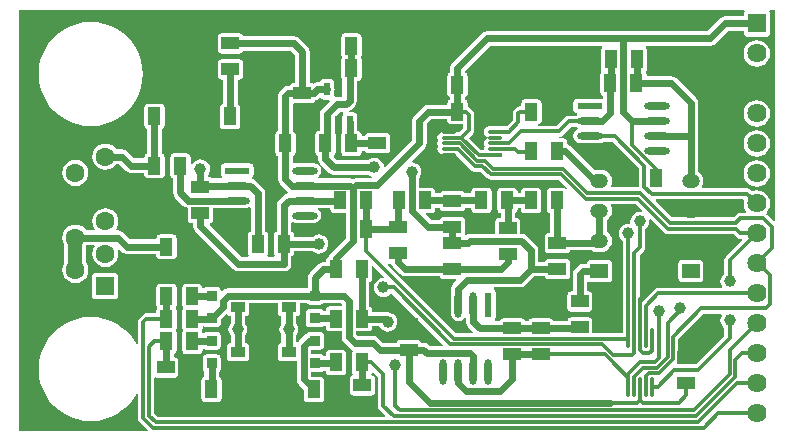
<source format=gbr>
G04 Layer_Physical_Order=1*
G04 Layer_Color=255*
%FSLAX43Y43*%
%MOMM*%
%TF.FileFunction,Copper,L1,Top,Signal*%
%TF.Part,Single*%
G01*
G75*
%TA.AperFunction,SMDPad,CuDef*%
%ADD10R,1.500X1.100*%
%ADD11O,0.300X1.700*%
%ADD12R,1.100X1.500*%
%ADD13O,1.300X0.300*%
%ADD14R,1.300X0.300*%
%ADD15R,1.250X0.900*%
%ADD16R,0.900X0.900*%
%ADD17R,0.600X1.100*%
%ADD18O,2.150X0.600*%
%ADD19R,2.150X0.600*%
%ADD20O,0.600X2.150*%
%ADD21R,0.600X2.150*%
%TA.AperFunction,Conductor*%
%ADD22C,0.610*%
%ADD23C,0.305*%
%ADD24C,1.219*%
%TA.AperFunction,ComponentPad*%
%ADD25R,1.500X1.250*%
%ADD26O,1.500X1.250*%
%ADD27R,1.600X1.600*%
%ADD28C,1.600*%
%ADD29C,1.626*%
%ADD30R,1.626X1.626*%
%TA.AperFunction,ViaPad*%
%ADD31C,1.000*%
G36*
X36393Y26428D02*
X36417Y26309D01*
X36484Y26208D01*
X36585Y26141D01*
X36704Y26117D01*
X37761D01*
Y25847D01*
X37391Y25477D01*
X36506D01*
X36494Y25475D01*
X36006D01*
X35829Y25439D01*
X35678Y25339D01*
X35578Y25188D01*
X35542Y25011D01*
X35578Y24834D01*
X35626Y24761D01*
X35578Y24688D01*
X35542Y24511D01*
X35578Y24334D01*
X35626Y24261D01*
X35578Y24188D01*
X35542Y24011D01*
X35578Y23834D01*
X35678Y23683D01*
X35829Y23583D01*
X36006Y23547D01*
X36494D01*
X36506Y23545D01*
X37098D01*
X38376Y22267D01*
X38527Y22166D01*
X38705Y22130D01*
X39175D01*
X39740Y21565D01*
X39891Y21464D01*
X40070Y21429D01*
X45846D01*
X46507Y20767D01*
X46426Y20669D01*
X46346Y20722D01*
X46227Y20746D01*
X45127D01*
X45008Y20722D01*
X44907Y20655D01*
X44840Y20554D01*
X44816Y20435D01*
Y18935D01*
X44840Y18816D01*
X44907Y18715D01*
X45008Y18648D01*
X45055Y18638D01*
Y16947D01*
X44970D01*
X44851Y16923D01*
X44750Y16856D01*
X44683Y16755D01*
X44659Y16636D01*
Y15536D01*
X44683Y15417D01*
X44750Y15316D01*
X44851Y15249D01*
X44970Y15225D01*
X46470D01*
X46589Y15249D01*
X46690Y15316D01*
X46757Y15417D01*
X46767Y15464D01*
X48655D01*
X48682Y15444D01*
X48908Y15350D01*
X49151Y15318D01*
X49401D01*
X49644Y15350D01*
X49870Y15444D01*
X50064Y15593D01*
X50213Y15787D01*
X50307Y16013D01*
X50339Y16256D01*
X50307Y16499D01*
X50213Y16725D01*
X50064Y16919D01*
X49898Y17047D01*
Y18005D01*
X50064Y18133D01*
X50213Y18327D01*
X50307Y18553D01*
X50339Y18796D01*
X50307Y19039D01*
X50232Y19219D01*
X50298Y19346D01*
X52385D01*
X52911Y18820D01*
X52852Y18699D01*
X52705Y18719D01*
X52495Y18691D01*
X52299Y18610D01*
X52131Y18481D01*
X52002Y18313D01*
X51921Y18117D01*
X51893Y17907D01*
X51907Y17804D01*
X51794Y17691D01*
X51705Y17703D01*
X51495Y17675D01*
X51299Y17594D01*
X51131Y17465D01*
X51002Y17297D01*
X50921Y17101D01*
X50893Y16891D01*
X50921Y16681D01*
X51002Y16485D01*
X51131Y16317D01*
X51239Y16234D01*
Y8458D01*
X48686D01*
Y9483D01*
X48662Y9602D01*
X48595Y9703D01*
X48494Y9770D01*
X48375Y9794D01*
X46875D01*
X46756Y9770D01*
X46655Y9703D01*
X46588Y9602D01*
X46564Y9483D01*
Y9469D01*
X45370D01*
X45360Y9516D01*
X45293Y9617D01*
X45192Y9684D01*
X45073Y9708D01*
X43573D01*
X43454Y9684D01*
X43353Y9617D01*
X43286Y9516D01*
X43276Y9469D01*
X42957D01*
X42947Y9516D01*
X42880Y9617D01*
X42779Y9684D01*
X42660Y9708D01*
X41160D01*
X41041Y9684D01*
X40940Y9617D01*
X40873Y9516D01*
X40863Y9469D01*
X40475D01*
X40471Y9474D01*
X40419Y9596D01*
X40460Y9657D01*
X40484Y9776D01*
Y11926D01*
X40460Y12045D01*
X40393Y12146D01*
X40372Y12311D01*
X40387Y12332D01*
X42545D01*
X42783Y12380D01*
X42985Y12514D01*
X43734Y13264D01*
X44673D01*
X44683Y13217D01*
X44750Y13116D01*
X44851Y13049D01*
X44970Y13025D01*
X46470D01*
X46589Y13049D01*
X46690Y13116D01*
X46757Y13217D01*
X46781Y13336D01*
Y14436D01*
X46757Y14555D01*
X46690Y14656D01*
X46589Y14723D01*
X46470Y14747D01*
X44970D01*
X44851Y14723D01*
X44750Y14656D01*
X44683Y14555D01*
X44673Y14508D01*
X44099D01*
Y15451D01*
X44051Y15689D01*
X43917Y15891D01*
X43111Y16695D01*
X42910Y16830D01*
X42672Y16878D01*
X42590D01*
Y17906D01*
X42566Y18025D01*
X42499Y18126D01*
X42398Y18193D01*
X42279Y18217D01*
X42151D01*
Y18647D01*
X42155Y18648D01*
X42256Y18715D01*
X42323Y18816D01*
X42347Y18935D01*
Y19063D01*
X42616D01*
Y18935D01*
X42640Y18816D01*
X42707Y18715D01*
X42808Y18648D01*
X42927Y18624D01*
X44027D01*
X44146Y18648D01*
X44247Y18715D01*
X44314Y18816D01*
X44338Y18935D01*
Y20435D01*
X44314Y20554D01*
X44247Y20655D01*
X44146Y20722D01*
X44027Y20746D01*
X42927D01*
X42808Y20722D01*
X42707Y20655D01*
X42640Y20554D01*
X42616Y20435D01*
Y20307D01*
X42347D01*
Y20435D01*
X42323Y20554D01*
X42256Y20655D01*
X42155Y20722D01*
X42036Y20746D01*
X40936D01*
X40817Y20722D01*
X40716Y20655D01*
X40649Y20554D01*
X40625Y20435D01*
Y18935D01*
X40649Y18816D01*
X40716Y18715D01*
X40817Y18648D01*
X40907Y18630D01*
Y18217D01*
X40779D01*
X40660Y18193D01*
X40559Y18126D01*
X40492Y18025D01*
X40468Y17906D01*
Y16878D01*
X38313D01*
X38075Y16830D01*
X37998Y16778D01*
X37883Y16855D01*
X37891Y16892D01*
Y17992D01*
X37867Y18111D01*
X37800Y18212D01*
X37699Y18279D01*
X37580Y18303D01*
X36080D01*
X35961Y18279D01*
X35860Y18212D01*
X35793Y18111D01*
X35783Y18064D01*
X35012D01*
X34569Y18507D01*
X34618Y18624D01*
X35051D01*
X35170Y18648D01*
X35271Y18715D01*
X35338Y18816D01*
X35362Y18935D01*
Y19063D01*
X35775D01*
X35793Y18973D01*
X35860Y18872D01*
X35961Y18805D01*
X36080Y18781D01*
X37580D01*
X37699Y18805D01*
X37800Y18872D01*
X37867Y18973D01*
X37885Y19063D01*
X38425D01*
Y18935D01*
X38449Y18816D01*
X38516Y18715D01*
X38617Y18648D01*
X38736Y18624D01*
X39836D01*
X39955Y18648D01*
X40056Y18715D01*
X40123Y18816D01*
X40147Y18935D01*
Y20435D01*
X40123Y20554D01*
X40056Y20655D01*
X39955Y20722D01*
X39836Y20746D01*
X38736D01*
X38617Y20722D01*
X38516Y20655D01*
X38449Y20554D01*
X38425Y20435D01*
Y20307D01*
X37868D01*
X37867Y20311D01*
X37800Y20412D01*
X37699Y20479D01*
X37580Y20503D01*
X36080D01*
X35961Y20479D01*
X35860Y20412D01*
X35793Y20311D01*
X35792Y20307D01*
X35362D01*
Y20435D01*
X35338Y20554D01*
X35271Y20655D01*
X35170Y20722D01*
X35051Y20746D01*
X34023D01*
Y21586D01*
X34104Y21692D01*
X34185Y21888D01*
X34213Y22098D01*
X34185Y22308D01*
X34104Y22504D01*
X33975Y22672D01*
X33807Y22801D01*
X33611Y22882D01*
X33483Y22899D01*
X33437Y23033D01*
X34475Y24072D01*
X34610Y24273D01*
X34658Y24511D01*
Y26159D01*
X35055Y26556D01*
X36393D01*
Y26428D01*
D02*
G37*
G36*
X61514Y19661D02*
X61484Y19431D01*
X61522Y19139D01*
X61635Y18867D01*
X61722Y18754D01*
X61659Y18627D01*
X61214D01*
X61036Y18592D01*
X60884Y18491D01*
X60640Y18246D01*
X55450D01*
X54026Y19670D01*
X54074Y19788D01*
X61424D01*
X61514Y19661D01*
D02*
G37*
G36*
X25703Y28327D02*
X25708Y28319D01*
X25809Y28252D01*
X25928Y28228D01*
X26408D01*
X26460Y28101D01*
X25788Y27430D01*
X25654Y27228D01*
X25606Y26990D01*
Y26289D01*
Y25572D01*
X25528D01*
X25409Y25548D01*
X25308Y25481D01*
X25241Y25380D01*
X25217Y25261D01*
Y23761D01*
X25241Y23642D01*
X25308Y23541D01*
X25409Y23474D01*
X25456Y23464D01*
Y23198D01*
X25504Y22960D01*
X25639Y22758D01*
X26358Y22039D01*
X26559Y21905D01*
X26797Y21857D01*
X29714D01*
X29820Y21776D01*
X30016Y21695D01*
X29986Y21577D01*
X28702D01*
X28464Y21529D01*
X28447Y21518D01*
X28437Y21524D01*
X28199Y21572D01*
X25450D01*
X25411Y21699D01*
X25539Y21784D01*
X25673Y21984D01*
X25720Y22220D01*
X25673Y22456D01*
X25539Y22656D01*
X25339Y22790D01*
X25103Y22837D01*
X23553D01*
X23439Y22814D01*
X23312Y22918D01*
Y23464D01*
X23359Y23474D01*
X23460Y23541D01*
X23527Y23642D01*
X23551Y23761D01*
Y25261D01*
X23527Y25380D01*
X23460Y25481D01*
X23359Y25548D01*
X23312Y25558D01*
Y27869D01*
X23380Y27925D01*
X24880D01*
X24999Y27949D01*
X25100Y28016D01*
X25167Y28117D01*
X25180Y28180D01*
X25341Y28212D01*
X25542Y28347D01*
X25703Y28327D01*
D02*
G37*
G36*
X47447Y25841D02*
X47450Y25841D01*
Y25711D01*
X47447Y25711D01*
X47247Y25577D01*
X47113Y25377D01*
X47066Y25141D01*
X47113Y24905D01*
X47247Y24705D01*
X47447Y24571D01*
X47683Y24524D01*
X49233D01*
X49469Y24571D01*
X49624Y24675D01*
X50367D01*
X52620Y22422D01*
Y20863D01*
X52557Y20786D01*
X50298D01*
X50232Y20913D01*
X50307Y21093D01*
X50339Y21336D01*
X50307Y21579D01*
X50213Y21805D01*
X50064Y21999D01*
X49870Y22148D01*
X49644Y22242D01*
X49401Y22274D01*
X49151D01*
X48908Y22242D01*
X48880Y22230D01*
X46794Y24316D01*
X46593Y24450D01*
X46538Y24461D01*
Y24626D01*
X46514Y24745D01*
X46447Y24846D01*
X46346Y24913D01*
X46227Y24937D01*
X45874D01*
X45862Y25064D01*
X46025Y25096D01*
X46177Y25197D01*
X46924Y25945D01*
X47292D01*
X47447Y25841D01*
D02*
G37*
G36*
X19644Y19106D02*
X19741Y19054D01*
Y17049D01*
X19694Y17039D01*
X19593Y16972D01*
X19526Y16871D01*
X19502Y16752D01*
Y15252D01*
X19526Y15133D01*
X19577Y15057D01*
X19549Y14969D01*
X19521Y14930D01*
X18969D01*
X16264Y17635D01*
X16308Y17771D01*
X16363Y17782D01*
X16464Y17849D01*
X16531Y17950D01*
X16555Y18069D01*
Y19058D01*
X18613D01*
X18638Y19063D01*
X19388D01*
X19614Y19108D01*
X19644Y19106D01*
D02*
G37*
G36*
X31508Y14338D02*
X31664D01*
X31684Y14240D01*
X31819Y14038D01*
X32410Y13446D01*
X32612Y13312D01*
X32850Y13264D01*
X35783D01*
X35793Y13217D01*
X35860Y13116D01*
X35961Y13049D01*
X36080Y13025D01*
X37126D01*
X37175Y12908D01*
X36894Y12626D01*
X36759Y12425D01*
X36711Y12187D01*
Y10851D01*
X36716Y10826D01*
Y10076D01*
X36763Y9840D01*
X36897Y9640D01*
X37097Y9506D01*
X37333Y9459D01*
X37569Y9506D01*
X37769Y9640D01*
X37854Y9768D01*
X37981Y9729D01*
Y9403D01*
X38029Y9165D01*
X38164Y8964D01*
X38551Y8576D01*
X38503Y8458D01*
X37159D01*
X31384Y14233D01*
X31446Y14350D01*
X31508Y14338D01*
D02*
G37*
G36*
X59645Y9961D02*
X59622Y9931D01*
X59541Y9735D01*
X59513Y9525D01*
X59541Y9315D01*
X59622Y9119D01*
X59751Y8951D01*
X59859Y8868D01*
Y8194D01*
X57465Y5800D01*
X55900D01*
X55851Y5927D01*
X55930Y6045D01*
X55965Y6223D01*
Y7935D01*
X58105Y10075D01*
X59589D01*
X59645Y9961D01*
D02*
G37*
G36*
X31056Y13243D02*
X30999Y13129D01*
X30988Y13131D01*
X30778Y13103D01*
X30582Y13022D01*
X30414Y12893D01*
X30285Y12725D01*
X30204Y12529D01*
X30176Y12319D01*
X30204Y12109D01*
X30285Y11913D01*
X30414Y11745D01*
X30582Y11616D01*
X30778Y11535D01*
X30988Y11507D01*
X31198Y11535D01*
X31394Y11616D01*
X31562Y11745D01*
X31588Y11779D01*
X31749Y11788D01*
X36067Y7470D01*
X36018Y7353D01*
X34928D01*
X34813Y7468D01*
X34612Y7602D01*
X34374Y7650D01*
X34194D01*
X34184Y7697D01*
X34117Y7798D01*
X34016Y7865D01*
X33897Y7889D01*
X32397D01*
X32278Y7865D01*
X32177Y7798D01*
X32110Y7697D01*
X32092Y7607D01*
X30991D01*
X30538Y8059D01*
X30337Y8194D01*
X30099Y8242D01*
X28832D01*
X28689Y8385D01*
Y8591D01*
X29717D01*
X29836Y8615D01*
X29937Y8682D01*
X30004Y8783D01*
X30028Y8902D01*
Y9030D01*
X30650D01*
X30666Y8992D01*
X30795Y8824D01*
X30963Y8695D01*
X31159Y8614D01*
X31369Y8586D01*
X31579Y8614D01*
X31775Y8695D01*
X31943Y8824D01*
X32072Y8992D01*
X32153Y9188D01*
X32181Y9398D01*
X32153Y9608D01*
X32072Y9804D01*
X31943Y9972D01*
X31775Y10101D01*
X31579Y10182D01*
X31380Y10208D01*
X31353Y10226D01*
X31115Y10274D01*
X30028D01*
Y10402D01*
X30004Y10521D01*
X29937Y10622D01*
X29836Y10689D01*
X29789Y10699D01*
Y12796D01*
X29836Y12806D01*
X29937Y12873D01*
X30004Y12974D01*
X30028Y13093D01*
Y14105D01*
X30145Y14154D01*
X31056Y13243D01*
D02*
G37*
G36*
X54788Y16942D02*
X54940Y16841D01*
X55118Y16806D01*
X60640D01*
X60884Y16561D01*
X61036Y16460D01*
X61214Y16425D01*
X61320D01*
X61368Y16308D01*
X59995Y14935D01*
X59894Y14783D01*
X59859Y14605D01*
Y13484D01*
X59751Y13401D01*
X59622Y13233D01*
X59541Y13037D01*
X59513Y12827D01*
X59541Y12617D01*
X59622Y12421D01*
X59645Y12391D01*
X59589Y12277D01*
X54229D01*
X54051Y12242D01*
X53899Y12141D01*
X52875Y11117D01*
X52798Y11001D01*
X52671Y11040D01*
Y15055D01*
X53035Y15418D01*
X53136Y15570D01*
X53171Y15748D01*
Y17250D01*
X53279Y17333D01*
X53408Y17501D01*
X53489Y17697D01*
X53517Y17907D01*
X53497Y18054D01*
X53618Y18113D01*
X54788Y16942D01*
D02*
G37*
G36*
X49502Y32758D02*
X49481Y32593D01*
X49414Y32492D01*
X49390Y32373D01*
Y30873D01*
X49414Y30754D01*
X49440Y30715D01*
X49438Y30568D01*
X49424Y30539D01*
X49371Y30460D01*
X49347Y30341D01*
Y28841D01*
X49371Y28722D01*
X49438Y28621D01*
X49539Y28554D01*
X49586Y28544D01*
Y28336D01*
X49533Y28292D01*
X47383D01*
X47264Y28268D01*
X47163Y28201D01*
X47096Y28100D01*
X47072Y27981D01*
Y27381D01*
X47096Y27262D01*
X47163Y27161D01*
X47264Y27094D01*
X47359Y27075D01*
X47387Y27011D01*
X47391Y26943D01*
X47292Y26877D01*
X46731D01*
X46553Y26842D01*
X46401Y26741D01*
X45654Y25993D01*
X44095D01*
X44083Y26120D01*
X44187Y26141D01*
X44288Y26208D01*
X44355Y26309D01*
X44379Y26428D01*
Y27928D01*
X44355Y28047D01*
X44288Y28148D01*
X44187Y28215D01*
X44068Y28239D01*
X42968D01*
X42849Y28215D01*
X42748Y28148D01*
X42681Y28047D01*
X42657Y27928D01*
Y27644D01*
X42545D01*
X42367Y27609D01*
X42215Y27508D01*
X42088Y27381D01*
X41987Y27229D01*
X41952Y27051D01*
Y26482D01*
X41447Y25977D01*
X40456D01*
X40444Y25975D01*
X39956D01*
X39779Y25939D01*
X39628Y25839D01*
X39528Y25688D01*
X39492Y25511D01*
X39528Y25334D01*
X39628Y25183D01*
X39779Y25083D01*
X39813Y25076D01*
Y24946D01*
X39779Y24939D01*
X39628Y24839D01*
X39528Y24688D01*
X39492Y24511D01*
X39528Y24334D01*
X39576Y24261D01*
X39528Y24188D01*
X39492Y24011D01*
X39465Y23977D01*
X39277D01*
X38243Y25011D01*
X38557Y25324D01*
X38658Y25476D01*
X38693Y25654D01*
Y26924D01*
X38658Y27102D01*
X38557Y27254D01*
X38303Y27508D01*
X38151Y27609D01*
X38115Y27616D01*
Y27928D01*
X38091Y28047D01*
X38024Y28148D01*
X37923Y28215D01*
X37876Y28225D01*
Y28417D01*
X37923Y28427D01*
X38024Y28494D01*
X38091Y28595D01*
X38115Y28714D01*
Y30214D01*
X38091Y30333D01*
X38024Y30434D01*
X37923Y30501D01*
X37876Y30511D01*
Y30647D01*
X40008Y32779D01*
X49487D01*
X49502Y32758D01*
D02*
G37*
G36*
X61549Y35756D02*
X61567Y35687D01*
X61511Y35603D01*
X61487Y35484D01*
Y35293D01*
X59944D01*
X59706Y35245D01*
X59505Y35111D01*
X58417Y34023D01*
X39751D01*
X39513Y33975D01*
X39312Y33840D01*
X36814Y31344D01*
X36680Y31142D01*
X36632Y30904D01*
Y30511D01*
X36585Y30501D01*
X36484Y30434D01*
X36417Y30333D01*
X36393Y30214D01*
Y28714D01*
X36417Y28595D01*
X36484Y28494D01*
X36585Y28427D01*
X36632Y28417D01*
Y28225D01*
X36585Y28215D01*
X36484Y28148D01*
X36417Y28047D01*
X36393Y27928D01*
Y27800D01*
X34798D01*
X34560Y27752D01*
X34359Y27618D01*
X33597Y26855D01*
X33462Y26654D01*
X33414Y26416D01*
Y24768D01*
X31161Y22515D01*
X31027Y22561D01*
X31010Y22689D01*
X30929Y22885D01*
X30800Y23053D01*
X30632Y23182D01*
X30436Y23263D01*
X30226Y23291D01*
X30016Y23263D01*
X29820Y23182D01*
X29714Y23101D01*
X27054D01*
X26792Y23363D01*
X26792Y23363D01*
X26815Y23519D01*
X26848Y23541D01*
X26915Y23642D01*
X26939Y23761D01*
Y25261D01*
X26915Y25380D01*
X26850Y25478D01*
Y26733D01*
X27308Y27191D01*
X27578D01*
X27617Y27064D01*
X27608Y27059D01*
X27541Y26958D01*
X27517Y26839D01*
Y26343D01*
X27506Y26289D01*
Y25478D01*
X27441Y25380D01*
X27417Y25261D01*
Y23761D01*
X27441Y23642D01*
X27508Y23541D01*
X27609Y23474D01*
X27728Y23450D01*
X28828D01*
X28947Y23474D01*
X29048Y23541D01*
X29115Y23642D01*
X29139Y23761D01*
Y23889D01*
X29442D01*
X29443Y23885D01*
X29510Y23784D01*
X29611Y23717D01*
X29730Y23693D01*
X31230D01*
X31349Y23717D01*
X31450Y23784D01*
X31517Y23885D01*
X31541Y24004D01*
Y25104D01*
X31517Y25223D01*
X31450Y25324D01*
X31349Y25391D01*
X31230Y25415D01*
X29730D01*
X29611Y25391D01*
X29510Y25324D01*
X29443Y25223D01*
X29425Y25133D01*
X29139D01*
Y25261D01*
X29115Y25380D01*
X29048Y25481D01*
X28947Y25548D01*
X28828Y25572D01*
X28750D01*
Y26289D01*
X28739Y26343D01*
Y26839D01*
X28715Y26958D01*
X28648Y27059D01*
X28547Y27126D01*
X28428Y27150D01*
X28146D01*
X28108Y27277D01*
X28253Y27374D01*
X28567Y27688D01*
X28702Y27890D01*
X28750Y28128D01*
Y29089D01*
Y29800D01*
X28828D01*
X28947Y29824D01*
X29048Y29891D01*
X29115Y29992D01*
X29139Y30111D01*
Y31611D01*
X29115Y31730D01*
X29059Y31813D01*
X29115Y31897D01*
X29139Y32016D01*
Y33516D01*
X29115Y33635D01*
X29048Y33736D01*
X28947Y33803D01*
X28828Y33827D01*
X27728D01*
X27609Y33803D01*
X27508Y33736D01*
X27441Y33635D01*
X27417Y33516D01*
Y32016D01*
X27441Y31897D01*
X27497Y31813D01*
X27441Y31730D01*
X27417Y31611D01*
Y30111D01*
X27441Y29992D01*
X27506Y29894D01*
Y29089D01*
Y28435D01*
X27051D01*
X26943Y28413D01*
X26835Y28521D01*
X26839Y28539D01*
Y29035D01*
X26850Y29089D01*
X26839Y29143D01*
Y29639D01*
X26815Y29758D01*
X26748Y29859D01*
X26647Y29926D01*
X26528Y29950D01*
X25928D01*
X25809Y29926D01*
X25708Y29859D01*
X25641Y29758D01*
X25631Y29711D01*
X25406D01*
X25168Y29663D01*
X25054Y29587D01*
X24999Y29623D01*
X24880Y29647D01*
X24752D01*
Y32258D01*
X24704Y32496D01*
X24569Y32697D01*
X23851Y33417D01*
X23649Y33551D01*
X23411Y33599D01*
X19081D01*
X19071Y33646D01*
X19004Y33747D01*
X18903Y33814D01*
X18784Y33838D01*
X17284D01*
X17165Y33814D01*
X17064Y33747D01*
X16997Y33646D01*
X16973Y33527D01*
Y32427D01*
X16997Y32308D01*
X17064Y32207D01*
X17165Y32140D01*
X17284Y32116D01*
X18784D01*
X18903Y32140D01*
X19004Y32207D01*
X19071Y32308D01*
X19081Y32355D01*
X23154D01*
X23508Y32001D01*
Y29647D01*
X23380D01*
X23261Y29623D01*
X23160Y29556D01*
X23093Y29455D01*
X23083Y29408D01*
X22944D01*
X22706Y29360D01*
X22504Y29226D01*
X22250Y28972D01*
X22116Y28770D01*
X22068Y28532D01*
Y25558D01*
X22021Y25548D01*
X21920Y25481D01*
X21853Y25380D01*
X21829Y25261D01*
Y23761D01*
X21853Y23642D01*
X21920Y23541D01*
X22021Y23474D01*
X22068Y23464D01*
Y21506D01*
X22116Y21268D01*
X22250Y21066D01*
X22807Y20510D01*
X22938Y20422D01*
X22912Y20288D01*
X22744Y20254D01*
X22542Y20119D01*
X22124Y19701D01*
X21989Y19499D01*
X21941Y19261D01*
Y17049D01*
X21894Y17039D01*
X21793Y16972D01*
X21726Y16871D01*
X21702Y16752D01*
Y15252D01*
X21726Y15133D01*
X21777Y15057D01*
X21749Y14969D01*
X21721Y14930D01*
X21205D01*
X21177Y14969D01*
X21149Y15057D01*
X21200Y15133D01*
X21224Y15252D01*
Y16752D01*
X21200Y16871D01*
X21133Y16972D01*
X21032Y17039D01*
X20985Y17049D01*
Y20277D01*
X20937Y20515D01*
X20802Y20716D01*
X20129Y21389D01*
X19928Y21524D01*
X19886Y21533D01*
X19859Y21667D01*
X19908Y21700D01*
X19975Y21801D01*
X19999Y21920D01*
Y22520D01*
X19975Y22639D01*
X19908Y22740D01*
X19807Y22807D01*
X19688Y22831D01*
X17538D01*
X17419Y22807D01*
X17318Y22740D01*
X17251Y22639D01*
X17227Y22520D01*
Y21920D01*
X17251Y21801D01*
X17318Y21700D01*
X17321Y21699D01*
X17282Y21572D01*
X16475D01*
X16464Y21589D01*
X16363Y21656D01*
X16244Y21680D01*
X16116D01*
Y21840D01*
X16197Y21946D01*
X16278Y22142D01*
X16306Y22352D01*
X16278Y22562D01*
X16197Y22758D01*
X16068Y22926D01*
X15900Y23055D01*
X15704Y23136D01*
X15494Y23164D01*
X15284Y23136D01*
X15088Y23055D01*
X14920Y22926D01*
X14791Y22758D01*
X14788Y22750D01*
X14661Y22775D01*
Y23356D01*
X14637Y23475D01*
X14570Y23576D01*
X14469Y23643D01*
X14350Y23667D01*
X13250D01*
X13131Y23643D01*
X13030Y23576D01*
X12963Y23475D01*
X12939Y23356D01*
Y21856D01*
X12963Y21737D01*
X13030Y21636D01*
X13131Y21569D01*
X13178Y21559D01*
Y20363D01*
X13226Y20125D01*
X13361Y19924D01*
X14043Y19240D01*
X14245Y19106D01*
X14433Y19068D01*
Y18069D01*
X14457Y17950D01*
X14524Y17849D01*
X14625Y17782D01*
X14744Y17758D01*
X14872D01*
Y17526D01*
X14920Y17288D01*
X15054Y17087D01*
X18272Y13868D01*
X18474Y13734D01*
X18712Y13686D01*
X22563D01*
X22801Y13734D01*
X23003Y13868D01*
X23137Y14070D01*
X23185Y14308D01*
Y14955D01*
X23232Y14965D01*
X23333Y15032D01*
X23400Y15133D01*
X23424Y15252D01*
Y15380D01*
X25015D01*
X25121Y15299D01*
X25317Y15218D01*
X25527Y15190D01*
X25737Y15218D01*
X25933Y15299D01*
X26101Y15428D01*
X26230Y15596D01*
X26311Y15792D01*
X26339Y16002D01*
X26311Y16212D01*
X26230Y16408D01*
X26101Y16576D01*
X25933Y16705D01*
X25737Y16786D01*
X25527Y16814D01*
X25317Y16786D01*
X25121Y16705D01*
X25015Y16624D01*
X23424D01*
Y16752D01*
X23400Y16871D01*
X23333Y16972D01*
X23232Y17039D01*
X23185Y17049D01*
Y17794D01*
X23297Y17854D01*
X23317Y17840D01*
X23553Y17793D01*
X25103D01*
X25339Y17840D01*
X25539Y17974D01*
X25673Y18174D01*
X25720Y18410D01*
X25673Y18646D01*
X25539Y18846D01*
X25411Y18931D01*
X25450Y19058D01*
X26487D01*
Y18935D01*
X26511Y18816D01*
X26578Y18715D01*
X26679Y18648D01*
X26798Y18624D01*
X27826D01*
Y16513D01*
X26528Y15215D01*
X26393Y15013D01*
X26369Y14894D01*
X26298Y14880D01*
X26197Y14813D01*
X26130Y14712D01*
X26106Y14593D01*
Y14465D01*
X25908D01*
X25670Y14417D01*
X25469Y14283D01*
X24764Y13578D01*
X24629Y13376D01*
X24581Y13138D01*
Y12325D01*
X24533Y12293D01*
X24501Y12245D01*
X17846D01*
X17608Y12197D01*
X17406Y12062D01*
X17331Y11987D01*
X17214Y12036D01*
Y12068D01*
X17190Y12187D01*
X17123Y12288D01*
X17022Y12355D01*
X16903Y12379D01*
X16003D01*
X15884Y12355D01*
X15804Y12301D01*
X15767Y12303D01*
X15731Y12314D01*
X15669Y12346D01*
X15653Y12426D01*
X15586Y12527D01*
X15485Y12594D01*
X15366Y12618D01*
X14266D01*
X14147Y12594D01*
X14046Y12527D01*
X13979Y12426D01*
X13955Y12307D01*
Y10807D01*
X13979Y10688D01*
X14035Y10604D01*
X13979Y10521D01*
X13955Y10402D01*
Y8902D01*
X13979Y8783D01*
X14035Y8700D01*
X13979Y8616D01*
X13955Y8497D01*
Y6997D01*
X13979Y6878D01*
X14046Y6777D01*
X14147Y6710D01*
X14266Y6686D01*
X15366D01*
X15485Y6710D01*
X15586Y6777D01*
X15653Y6878D01*
X15677Y6997D01*
Y7125D01*
X15802D01*
X15884Y7071D01*
X16003Y7047D01*
X16903D01*
X17022Y7071D01*
X17123Y7138D01*
X17190Y7239D01*
X17214Y7358D01*
Y8258D01*
X17190Y8377D01*
X17123Y8478D01*
X17022Y8545D01*
X16903Y8569D01*
X16003D01*
X15884Y8545D01*
X15804Y8491D01*
X15767Y8493D01*
X15731Y8504D01*
X15669Y8536D01*
X15653Y8616D01*
X15597Y8700D01*
X15653Y8783D01*
X15677Y8902D01*
Y9030D01*
X15802D01*
X15884Y8976D01*
X16003Y8952D01*
X16903D01*
X17022Y8976D01*
X17123Y9043D01*
X17190Y9144D01*
X17214Y9263D01*
Y9595D01*
X17655Y10036D01*
X17816Y10017D01*
X17830Y9996D01*
X17931Y9929D01*
X18050Y9905D01*
X18053D01*
Y9283D01*
X17966Y9169D01*
X17885Y8973D01*
X17857Y8763D01*
X17885Y8553D01*
X17966Y8357D01*
X18053Y8243D01*
Y7617D01*
X18050D01*
X17931Y7593D01*
X17830Y7526D01*
X17763Y7425D01*
X17739Y7306D01*
Y6406D01*
X17763Y6287D01*
X17830Y6186D01*
X17931Y6119D01*
X18050Y6095D01*
X19300D01*
X19419Y6119D01*
X19520Y6186D01*
X19587Y6287D01*
X19611Y6406D01*
Y7306D01*
X19587Y7425D01*
X19520Y7526D01*
X19419Y7593D01*
X19300Y7617D01*
X19297D01*
Y8259D01*
X19372Y8357D01*
X19453Y8553D01*
X19481Y8763D01*
X19453Y8973D01*
X19372Y9169D01*
X19297Y9267D01*
Y9905D01*
X19300D01*
X19419Y9929D01*
X19520Y9996D01*
X19587Y10097D01*
X19611Y10216D01*
Y11001D01*
X22045D01*
Y10220D01*
X22069Y10101D01*
X22136Y10000D01*
X22237Y9933D01*
X22356Y9909D01*
X22359D01*
Y9267D01*
X22284Y9169D01*
X22203Y8973D01*
X22175Y8763D01*
X22203Y8553D01*
X22284Y8357D01*
X22359Y8259D01*
Y7621D01*
X22356D01*
X22237Y7597D01*
X22136Y7530D01*
X22069Y7429D01*
X22045Y7310D01*
Y6410D01*
X22069Y6291D01*
X22136Y6190D01*
X22237Y6123D01*
X22356Y6099D01*
X23606D01*
X23635Y6075D01*
Y4529D01*
X23683Y4291D01*
X23817Y4089D01*
X24242Y3665D01*
Y2933D01*
X24266Y2814D01*
X24333Y2713D01*
X24434Y2646D01*
X24553Y2622D01*
X25653D01*
X25772Y2646D01*
X25873Y2713D01*
X25940Y2814D01*
X25964Y2933D01*
Y4433D01*
X25940Y4552D01*
X25873Y4653D01*
X25772Y4720D01*
X25653Y4744D01*
X24921D01*
X24879Y4786D01*
Y5147D01*
X25653D01*
X25772Y5171D01*
X25873Y5238D01*
X25905Y5286D01*
X26106D01*
Y5219D01*
X26130Y5100D01*
X26197Y4999D01*
X26298Y4932D01*
X26417Y4908D01*
X27517D01*
X27636Y4932D01*
X27737Y4999D01*
X27804Y5100D01*
X27828Y5219D01*
Y6719D01*
X27804Y6838D01*
X27737Y6939D01*
X27636Y7006D01*
X27517Y7030D01*
X26417D01*
X26298Y7006D01*
X26197Y6939D01*
X26130Y6838D01*
X26106Y6719D01*
Y6530D01*
X25905D01*
X25873Y6578D01*
X25772Y6645D01*
X25653Y6669D01*
X24879D01*
Y7052D01*
X25653D01*
X25772Y7076D01*
X25873Y7143D01*
X25940Y7244D01*
X25964Y7363D01*
Y8263D01*
X25940Y8382D01*
X25873Y8483D01*
X25772Y8550D01*
X25653Y8574D01*
X24753D01*
X24634Y8550D01*
X24533Y8483D01*
X24470Y8388D01*
X24466Y8387D01*
X24264Y8252D01*
X23817Y7806D01*
X23730Y7674D01*
X23603Y7712D01*
Y8243D01*
X23690Y8357D01*
X23771Y8553D01*
X23799Y8763D01*
X23771Y8973D01*
X23690Y9169D01*
X23603Y9283D01*
Y9909D01*
X23606D01*
X23725Y9933D01*
X23826Y10000D01*
X23893Y10101D01*
X23917Y10220D01*
Y11001D01*
X24501D01*
X24533Y10953D01*
X24634Y10886D01*
X24753Y10862D01*
X25653D01*
X25772Y10886D01*
X25873Y10953D01*
X25905Y11001D01*
X27363D01*
X27445Y10919D01*
Y10713D01*
X26417D01*
X26298Y10689D01*
X26197Y10622D01*
X26130Y10521D01*
X26106Y10402D01*
Y10340D01*
X25905D01*
X25873Y10388D01*
X25772Y10455D01*
X25653Y10479D01*
X24753D01*
X24634Y10455D01*
X24533Y10388D01*
X24466Y10287D01*
X24442Y10168D01*
Y9268D01*
X24466Y9149D01*
X24533Y9048D01*
X24634Y8981D01*
X24753Y8957D01*
X25653D01*
X25772Y8981D01*
X25873Y9048D01*
X25905Y9096D01*
X26106D01*
Y8902D01*
X26130Y8783D01*
X26197Y8682D01*
X26298Y8615D01*
X26417Y8591D01*
X27445D01*
Y8128D01*
X27493Y7890D01*
X27628Y7688D01*
X28135Y7181D01*
X28337Y7046D01*
X28349Y7025D01*
X28377Y6908D01*
X28330Y6838D01*
X28306Y6719D01*
Y5219D01*
X28330Y5100D01*
X28397Y4999D01*
X28398Y4999D01*
X28371Y4864D01*
X28341Y4858D01*
X28240Y4791D01*
X28173Y4690D01*
X28149Y4571D01*
Y3471D01*
X28173Y3352D01*
X28240Y3251D01*
X28341Y3184D01*
X28460Y3160D01*
X29960D01*
X30079Y3184D01*
X30180Y3251D01*
X30247Y3352D01*
X30271Y3471D01*
Y4571D01*
X30247Y4690D01*
X30180Y4791D01*
X30079Y4858D01*
X29983Y4877D01*
X29951Y4951D01*
X29943Y5009D01*
X30004Y5100D01*
X30142Y5140D01*
X30522Y4760D01*
Y2286D01*
X30557Y2108D01*
X30658Y1956D01*
X31142Y1472D01*
X31094Y1355D01*
X11889D01*
X11591Y1652D01*
Y4630D01*
X11689Y4698D01*
X11718Y4705D01*
X11823Y4684D01*
X13323D01*
X13442Y4708D01*
X13543Y4775D01*
X13610Y4876D01*
X13634Y4995D01*
Y6095D01*
X13610Y6214D01*
X13543Y6315D01*
X13442Y6382D01*
X13323Y6406D01*
X13238D01*
Y6700D01*
X13285Y6710D01*
X13386Y6777D01*
X13453Y6878D01*
X13477Y6997D01*
Y8497D01*
X13453Y8616D01*
X13397Y8700D01*
X13453Y8783D01*
X13477Y8902D01*
Y10402D01*
X13453Y10521D01*
X13397Y10604D01*
X13453Y10688D01*
X13477Y10807D01*
Y12307D01*
X13453Y12426D01*
X13386Y12527D01*
X13285Y12594D01*
X13166Y12618D01*
X12066D01*
X11947Y12594D01*
X11846Y12527D01*
X11779Y12426D01*
X11755Y12307D01*
Y10807D01*
X11779Y10688D01*
X11835Y10604D01*
X11779Y10521D01*
X11755Y10402D01*
Y10118D01*
X10922D01*
X10744Y10083D01*
X10592Y9982D01*
X10338Y9728D01*
X10237Y9576D01*
X10202Y9398D01*
Y7551D01*
X10078Y7523D01*
X10032Y7616D01*
X9712Y8095D01*
X9331Y8529D01*
X8897Y8910D01*
X8418Y9230D01*
X7900Y9485D01*
X7354Y9671D01*
X6788Y9784D01*
X6212Y9821D01*
X5636Y9784D01*
X5070Y9671D01*
X4524Y9485D01*
X4006Y9230D01*
X3527Y8910D01*
X3093Y8529D01*
X2712Y8095D01*
X2392Y7616D01*
X2137Y7098D01*
X1951Y6552D01*
X1838Y5986D01*
X1801Y5410D01*
X1838Y4834D01*
X1951Y4268D01*
X2137Y3722D01*
X2392Y3204D01*
X2712Y2725D01*
X3093Y2291D01*
X3527Y1910D01*
X4006Y1590D01*
X4524Y1335D01*
X5070Y1149D01*
X5636Y1036D01*
X6212Y999D01*
X6788Y1036D01*
X7354Y1149D01*
X7900Y1335D01*
X8418Y1590D01*
X8897Y1910D01*
X9331Y2291D01*
X9712Y2725D01*
X10032Y3204D01*
X10078Y3297D01*
X10202Y3269D01*
Y1270D01*
X10237Y1092D01*
X10338Y940D01*
X11034Y244D01*
X10986Y127D01*
X127D01*
Y35814D01*
X61515Y35814D01*
X61549Y35756D01*
D02*
G37*
G36*
X64135Y17970D02*
X64018Y17922D01*
X63449Y18491D01*
X63421Y18509D01*
X63427Y18658D01*
X63587Y18867D01*
X63700Y19139D01*
X63738Y19431D01*
X63700Y19723D01*
X63587Y19995D01*
X63408Y20228D01*
X63175Y20407D01*
X62903Y20520D01*
X62611Y20558D01*
X62319Y20520D01*
X62222Y20479D01*
X62118Y20583D01*
X61967Y20684D01*
X61788Y20720D01*
X57991D01*
X57935Y20834D01*
X57960Y20867D01*
X58054Y21093D01*
X58086Y21336D01*
X58054Y21579D01*
X57960Y21805D01*
X57811Y21999D01*
X57645Y22127D01*
Y25146D01*
Y27940D01*
X57597Y28178D01*
X57463Y28379D01*
X55812Y30031D01*
X55610Y30165D01*
X55372Y30213D01*
X53269D01*
Y30341D01*
X53245Y30460D01*
X53219Y30499D01*
X53221Y30646D01*
X53235Y30675D01*
X53288Y30754D01*
X53312Y30873D01*
Y32373D01*
X53288Y32492D01*
X53221Y32593D01*
X53200Y32758D01*
X53215Y32779D01*
X58674D01*
X58912Y32827D01*
X59113Y32961D01*
X60201Y34049D01*
X61487D01*
Y33858D01*
X61511Y33739D01*
X61578Y33638D01*
X61679Y33571D01*
X61798Y33547D01*
X63424D01*
X63543Y33571D01*
X63644Y33638D01*
X63711Y33739D01*
X63735Y33858D01*
Y35484D01*
X63711Y35603D01*
X63655Y35687D01*
X63673Y35756D01*
X63707Y35814D01*
X64135D01*
Y17970D01*
D02*
G37*
%LPC*%
G36*
X50026Y14652D02*
X48526D01*
X48407Y14628D01*
X48306Y14561D01*
X48239Y14460D01*
X48215Y14341D01*
Y14338D01*
X47879D01*
X47641Y14290D01*
X47439Y14156D01*
X47186Y13901D01*
X47051Y13700D01*
X47003Y13462D01*
Y11994D01*
X46875D01*
X46756Y11970D01*
X46655Y11903D01*
X46588Y11802D01*
X46564Y11683D01*
Y10583D01*
X46588Y10464D01*
X46655Y10363D01*
X46756Y10296D01*
X46875Y10272D01*
X48375D01*
X48494Y10296D01*
X48595Y10363D01*
X48662Y10464D01*
X48686Y10583D01*
Y11683D01*
X48662Y11802D01*
X48595Y11903D01*
X48494Y11970D01*
X48375Y11994D01*
X48247D01*
Y12758D01*
X48374Y12826D01*
X48407Y12804D01*
X48526Y12780D01*
X50026D01*
X50145Y12804D01*
X50246Y12871D01*
X50313Y12972D01*
X50337Y13091D01*
Y14341D01*
X50313Y14460D01*
X50246Y14561D01*
X50145Y14628D01*
X50026Y14652D01*
D02*
G37*
G36*
X57773D02*
X56273D01*
X56154Y14628D01*
X56053Y14561D01*
X55986Y14460D01*
X55962Y14341D01*
Y13091D01*
X55986Y12972D01*
X56053Y12871D01*
X56154Y12804D01*
X56273Y12780D01*
X57773D01*
X57892Y12804D01*
X57993Y12871D01*
X58060Y12972D01*
X58084Y13091D01*
Y14341D01*
X58060Y14460D01*
X57993Y14561D01*
X57892Y14628D01*
X57773Y14652D01*
D02*
G37*
G36*
X8240Y13531D02*
X6640D01*
X6521Y13507D01*
X6420Y13440D01*
X6353Y13339D01*
X6329Y13220D01*
Y11620D01*
X6353Y11501D01*
X6420Y11400D01*
X6521Y11333D01*
X6640Y11309D01*
X8240D01*
X8359Y11333D01*
X8460Y11400D01*
X8527Y11501D01*
X8551Y11620D01*
Y13220D01*
X8527Y13339D01*
X8460Y13440D01*
X8359Y13507D01*
X8240Y13531D01*
D02*
G37*
G36*
X16903Y6664D02*
X16003D01*
X15884Y6640D01*
X15783Y6573D01*
X15716Y6472D01*
X15692Y6353D01*
Y5453D01*
X15716Y5334D01*
X15783Y5233D01*
X15831Y5201D01*
Y4735D01*
X15757Y4720D01*
X15656Y4653D01*
X15589Y4552D01*
X15565Y4433D01*
Y2933D01*
X15589Y2814D01*
X15656Y2713D01*
X15757Y2646D01*
X15876Y2622D01*
X16976D01*
X17095Y2646D01*
X17196Y2713D01*
X17263Y2814D01*
X17287Y2933D01*
Y4433D01*
X17263Y4552D01*
X17196Y4653D01*
X17095Y4720D01*
X17075Y4724D01*
Y5201D01*
X17123Y5233D01*
X17190Y5334D01*
X17214Y5453D01*
Y6353D01*
X17190Y6472D01*
X17123Y6573D01*
X17022Y6640D01*
X16903Y6664D01*
D02*
G37*
G36*
X6212Y34817D02*
X5636Y34779D01*
X5070Y34667D01*
X4523Y34481D01*
X4005Y34226D01*
X3525Y33905D01*
X3091Y33524D01*
X2710Y33090D01*
X2389Y32610D01*
X2134Y32092D01*
X1948Y31545D01*
X1836Y30979D01*
X1798Y30403D01*
X1836Y29827D01*
X1948Y29261D01*
X2134Y28714D01*
X2389Y28196D01*
X2710Y27716D01*
X3091Y27282D01*
X3525Y26901D01*
X4005Y26580D01*
X4523Y26325D01*
X5070Y26139D01*
X5636Y26027D01*
X6212Y25989D01*
X6788Y26027D01*
X7354Y26139D01*
X7901Y26325D01*
X8419Y26580D01*
X8899Y26901D01*
X9333Y27282D01*
X9714Y27716D01*
X10035Y28196D01*
X10290Y28714D01*
X10476Y29261D01*
X10588Y29827D01*
X10626Y30403D01*
X10588Y30979D01*
X10476Y31545D01*
X10290Y32092D01*
X10035Y32610D01*
X9714Y33090D01*
X9333Y33524D01*
X8899Y33905D01*
X8419Y34226D01*
X7901Y34481D01*
X7354Y34667D01*
X6788Y34779D01*
X6212Y34817D01*
D02*
G37*
G36*
X4900Y23135D02*
X4612Y23097D01*
X4343Y22986D01*
X4112Y22809D01*
X3935Y22578D01*
X3824Y22309D01*
X3786Y22021D01*
X3824Y21733D01*
X3935Y21464D01*
X4112Y21233D01*
X4343Y21056D01*
X4612Y20945D01*
X4900Y20907D01*
X5188Y20945D01*
X5457Y21056D01*
X5688Y21233D01*
X5865Y21464D01*
X5976Y21733D01*
X6014Y22021D01*
X5976Y22309D01*
X5865Y22578D01*
X5688Y22809D01*
X5457Y22986D01*
X5188Y23097D01*
X4900Y23135D01*
D02*
G37*
G36*
X12150Y27858D02*
X11050D01*
X10931Y27834D01*
X10830Y27767D01*
X10763Y27666D01*
X10739Y27547D01*
Y26047D01*
X10763Y25928D01*
X10830Y25827D01*
X10931Y25760D01*
X10978Y25750D01*
Y23653D01*
X10931Y23643D01*
X10830Y23576D01*
X10763Y23475D01*
X10739Y23356D01*
Y23253D01*
X9884D01*
X9304Y23833D01*
X9103Y23967D01*
X8865Y24015D01*
X8356D01*
X8228Y24181D01*
X7997Y24358D01*
X7728Y24469D01*
X7440Y24507D01*
X7152Y24469D01*
X6883Y24358D01*
X6652Y24181D01*
X6475Y23950D01*
X6364Y23681D01*
X6326Y23393D01*
X6364Y23105D01*
X6475Y22836D01*
X6652Y22605D01*
X6883Y22428D01*
X7152Y22317D01*
X7440Y22279D01*
X7728Y22317D01*
X7997Y22428D01*
X8228Y22605D01*
X8356Y22771D01*
X8608D01*
X9188Y22192D01*
X9389Y22057D01*
X9627Y22009D01*
X10739D01*
Y21856D01*
X10763Y21737D01*
X10830Y21636D01*
X10931Y21569D01*
X11050Y21545D01*
X12150D01*
X12269Y21569D01*
X12370Y21636D01*
X12437Y21737D01*
X12461Y21856D01*
Y23356D01*
X12437Y23475D01*
X12370Y23576D01*
X12269Y23643D01*
X12222Y23653D01*
Y25750D01*
X12269Y25760D01*
X12370Y25827D01*
X12437Y25928D01*
X12461Y26047D01*
Y27547D01*
X12437Y27666D01*
X12370Y27767D01*
X12269Y27834D01*
X12150Y27858D01*
D02*
G37*
G36*
X7440Y19020D02*
X7152Y18982D01*
X6883Y18871D01*
X6652Y18694D01*
X6475Y18463D01*
X6364Y18194D01*
X6326Y17906D01*
X6364Y17618D01*
X6475Y17349D01*
X6535Y17270D01*
X6479Y17157D01*
X5816D01*
X5688Y17323D01*
X5457Y17500D01*
X5188Y17611D01*
X4900Y17649D01*
X4612Y17611D01*
X4343Y17500D01*
X4112Y17323D01*
X3935Y17092D01*
X3824Y16823D01*
X3786Y16535D01*
X3824Y16247D01*
X3935Y15978D01*
X3978Y15922D01*
Y14405D01*
X3935Y14349D01*
X3824Y14080D01*
X3786Y13792D01*
X3824Y13504D01*
X3935Y13235D01*
X4112Y13004D01*
X4343Y12827D01*
X4612Y12716D01*
X4900Y12678D01*
X5188Y12716D01*
X5457Y12827D01*
X5688Y13004D01*
X5865Y13235D01*
X5976Y13504D01*
X6014Y13792D01*
X5976Y14080D01*
X5865Y14349D01*
X5822Y14405D01*
Y15913D01*
X6480D01*
X6536Y15800D01*
X6475Y15720D01*
X6364Y15451D01*
X6326Y15163D01*
X6364Y14875D01*
X6475Y14606D01*
X6652Y14375D01*
X6883Y14198D01*
X7152Y14087D01*
X7440Y14049D01*
X7728Y14087D01*
X7997Y14198D01*
X8228Y14375D01*
X8405Y14606D01*
X8516Y14875D01*
X8554Y15163D01*
X8517Y15443D01*
X8526Y15453D01*
X8647Y15493D01*
X8807Y15334D01*
X9008Y15199D01*
X9246Y15151D01*
X11755D01*
Y14998D01*
X11779Y14879D01*
X11846Y14778D01*
X11947Y14711D01*
X12066Y14687D01*
X13166D01*
X13285Y14711D01*
X13386Y14778D01*
X13453Y14879D01*
X13477Y14998D01*
Y16498D01*
X13453Y16617D01*
X13386Y16718D01*
X13285Y16785D01*
X13166Y16809D01*
X12066D01*
X11947Y16785D01*
X11846Y16718D01*
X11779Y16617D01*
X11755Y16498D01*
Y16395D01*
X9503D01*
X8923Y16975D01*
X8722Y17109D01*
X8484Y17157D01*
X8401D01*
X8345Y17270D01*
X8405Y17349D01*
X8516Y17618D01*
X8554Y17906D01*
X8516Y18194D01*
X8405Y18463D01*
X8228Y18694D01*
X7997Y18871D01*
X7728Y18982D01*
X7440Y19020D01*
D02*
G37*
G36*
X18784Y31638D02*
X17284D01*
X17165Y31614D01*
X17064Y31547D01*
X16997Y31446D01*
X16973Y31327D01*
Y30227D01*
X16997Y30108D01*
X17064Y30007D01*
X17165Y29940D01*
X17284Y29916D01*
X17412D01*
Y27852D01*
X17322Y27834D01*
X17221Y27767D01*
X17154Y27666D01*
X17130Y27547D01*
Y26047D01*
X17154Y25928D01*
X17221Y25827D01*
X17322Y25760D01*
X17441Y25736D01*
X18541D01*
X18660Y25760D01*
X18761Y25827D01*
X18828Y25928D01*
X18852Y26047D01*
Y27547D01*
X18828Y27666D01*
X18761Y27767D01*
X18660Y27834D01*
X18656Y27835D01*
Y29916D01*
X18784D01*
X18903Y29940D01*
X19004Y30007D01*
X19071Y30108D01*
X19095Y30227D01*
Y31327D01*
X19071Y31446D01*
X19004Y31547D01*
X18903Y31614D01*
X18784Y31638D01*
D02*
G37*
G36*
X62611Y33258D02*
X62319Y33220D01*
X62047Y33107D01*
X61814Y32928D01*
X61635Y32695D01*
X61522Y32423D01*
X61484Y32131D01*
X61522Y31839D01*
X61635Y31567D01*
X61814Y31334D01*
X62047Y31155D01*
X62319Y31042D01*
X62611Y31004D01*
X62903Y31042D01*
X63175Y31155D01*
X63408Y31334D01*
X63587Y31567D01*
X63700Y31839D01*
X63738Y32131D01*
X63700Y32423D01*
X63587Y32695D01*
X63408Y32928D01*
X63175Y33107D01*
X62903Y33220D01*
X62611Y33258D01*
D02*
G37*
G36*
Y23098D02*
X62319Y23060D01*
X62047Y22947D01*
X61814Y22768D01*
X61635Y22535D01*
X61522Y22263D01*
X61484Y21971D01*
X61522Y21679D01*
X61635Y21407D01*
X61814Y21174D01*
X62047Y20995D01*
X62319Y20882D01*
X62611Y20844D01*
X62903Y20882D01*
X63175Y20995D01*
X63408Y21174D01*
X63587Y21407D01*
X63700Y21679D01*
X63738Y21971D01*
X63700Y22263D01*
X63587Y22535D01*
X63408Y22768D01*
X63175Y22947D01*
X62903Y23060D01*
X62611Y23098D01*
D02*
G37*
G36*
Y25638D02*
X62319Y25600D01*
X62047Y25487D01*
X61814Y25308D01*
X61635Y25075D01*
X61522Y24803D01*
X61484Y24511D01*
X61522Y24219D01*
X61635Y23947D01*
X61814Y23714D01*
X62047Y23535D01*
X62319Y23422D01*
X62611Y23384D01*
X62903Y23422D01*
X63175Y23535D01*
X63408Y23714D01*
X63587Y23947D01*
X63700Y24219D01*
X63738Y24511D01*
X63700Y24803D01*
X63587Y25075D01*
X63408Y25308D01*
X63175Y25487D01*
X62903Y25600D01*
X62611Y25638D01*
D02*
G37*
G36*
Y28178D02*
X62319Y28140D01*
X62047Y28027D01*
X61814Y27848D01*
X61635Y27615D01*
X61522Y27343D01*
X61484Y27051D01*
X61522Y26759D01*
X61635Y26487D01*
X61814Y26254D01*
X62047Y26075D01*
X62319Y25962D01*
X62611Y25924D01*
X62903Y25962D01*
X63175Y26075D01*
X63408Y26254D01*
X63587Y26487D01*
X63700Y26759D01*
X63738Y27051D01*
X63700Y27343D01*
X63587Y27615D01*
X63408Y27848D01*
X63175Y28027D01*
X62903Y28140D01*
X62611Y28178D01*
D02*
G37*
%LPD*%
D10*
X41910Y6647D02*
D03*
Y8847D02*
D03*
X44323D02*
D03*
Y6647D02*
D03*
X56642Y4234D02*
D03*
Y6434D02*
D03*
X29210Y1821D02*
D03*
Y4021D02*
D03*
X12573Y3345D02*
D03*
Y5545D02*
D03*
X18034Y30777D02*
D03*
Y32977D02*
D03*
X24130Y28786D02*
D03*
Y26586D02*
D03*
X30480Y26754D02*
D03*
Y24554D02*
D03*
X33147Y7028D02*
D03*
Y9228D02*
D03*
X45720Y13886D02*
D03*
Y16086D02*
D03*
X36830Y17442D02*
D03*
Y19642D02*
D03*
Y13886D02*
D03*
Y16086D02*
D03*
X41529Y17356D02*
D03*
Y15156D02*
D03*
X32258Y15199D02*
D03*
Y17399D02*
D03*
X15494Y18619D02*
D03*
Y20819D02*
D03*
X47625Y11133D02*
D03*
Y8933D02*
D03*
D11*
X51705Y3919D02*
D03*
X52205D02*
D03*
X52705D02*
D03*
X53205D02*
D03*
X53705D02*
D03*
X51705Y8019D02*
D03*
X52205D02*
D03*
X52705D02*
D03*
X53205D02*
D03*
X53705D02*
D03*
D12*
X43477Y23876D02*
D03*
X45677D02*
D03*
Y19685D02*
D03*
X43477D02*
D03*
X22690Y24511D02*
D03*
X20490D02*
D03*
X27348Y19685D02*
D03*
X29548D02*
D03*
X26967Y9652D02*
D03*
X29167D02*
D03*
X11600Y22606D02*
D03*
X13800D02*
D03*
X15791Y26797D02*
D03*
X17991D02*
D03*
X13800D02*
D03*
X11600D02*
D03*
X29167Y13843D02*
D03*
X26967D02*
D03*
X20363Y16002D02*
D03*
X22563D02*
D03*
X12616Y9652D02*
D03*
X14816D02*
D03*
X22903Y3683D02*
D03*
X25103D02*
D03*
X18626D02*
D03*
X16426D02*
D03*
X26967Y5969D02*
D03*
X29167D02*
D03*
X12616Y11557D02*
D03*
X14816D02*
D03*
X12616Y7747D02*
D03*
X14816D02*
D03*
X28278Y32766D02*
D03*
X26078D02*
D03*
Y30861D02*
D03*
X28278D02*
D03*
Y24511D02*
D03*
X26078D02*
D03*
X52451Y31623D02*
D03*
X50251D02*
D03*
X50208Y29591D02*
D03*
X52408D02*
D03*
X54101Y21579D02*
D03*
X51901D02*
D03*
X39454Y29464D02*
D03*
X37254D02*
D03*
X39454Y27178D02*
D03*
X37254D02*
D03*
X32301Y19685D02*
D03*
X34501D02*
D03*
X39286D02*
D03*
X41486D02*
D03*
X27348Y17272D02*
D03*
X29548D02*
D03*
X14816Y15748D02*
D03*
X12616D02*
D03*
X41318Y27178D02*
D03*
X43518D02*
D03*
D13*
X40456Y25511D02*
D03*
Y25011D02*
D03*
X36506Y25511D02*
D03*
Y24511D02*
D03*
Y25011D02*
D03*
X40456Y24011D02*
D03*
Y24511D02*
D03*
X36506Y24011D02*
D03*
Y23511D02*
D03*
D14*
X40456D02*
D03*
D15*
X18675Y10666D02*
D03*
X22981Y10670D02*
D03*
Y6860D02*
D03*
X18675Y6856D02*
D03*
D16*
X16453Y11618D02*
D03*
Y9713D02*
D03*
X25203Y9718D02*
D03*
Y11623D02*
D03*
Y5908D02*
D03*
Y7813D02*
D03*
X16453Y7808D02*
D03*
Y5903D02*
D03*
D17*
X26228Y29089D02*
D03*
X28128D02*
D03*
X27178Y26289D02*
D03*
X26228D02*
D03*
X28128D02*
D03*
D18*
X54173Y25141D02*
D03*
X48458Y26411D02*
D03*
X54173Y27681D02*
D03*
Y23871D02*
D03*
X48458D02*
D03*
Y25141D02*
D03*
X54173Y26411D02*
D03*
X24328Y19680D02*
D03*
X18613Y20950D02*
D03*
X24328Y22220D02*
D03*
Y18410D02*
D03*
X18613D02*
D03*
Y19680D02*
D03*
X24328Y20950D02*
D03*
D19*
X48458Y27681D02*
D03*
X18613Y22220D02*
D03*
D20*
X37333Y5136D02*
D03*
X38603Y10851D02*
D03*
X39873Y5136D02*
D03*
X36063D02*
D03*
Y10851D02*
D03*
X37333D02*
D03*
X38603Y5136D02*
D03*
D21*
X39873Y10851D02*
D03*
D22*
X34798Y27178D02*
X37254D01*
X34036Y26416D02*
X34798Y27178D01*
X34036Y24511D02*
Y26416D01*
X28702Y20955D02*
X30480D01*
X28448Y20701D02*
X28702Y20955D01*
X38603Y9403D02*
Y10851D01*
Y9403D02*
X39159Y8847D01*
X41910D01*
X44323D01*
X41910Y6647D02*
X44323D01*
X41910Y4572D02*
Y6647D01*
X38603Y5136D02*
Y6482D01*
X28575Y7620D02*
X30099D01*
X28067Y8128D02*
X28575Y7620D01*
X28067Y8128D02*
Y11176D01*
X27620Y11623D02*
X28067Y11176D01*
X25203Y11623D02*
X27620D01*
X17846D02*
X25203D01*
X17399Y11176D02*
X17846Y11623D01*
X17399Y10659D02*
Y11176D01*
X16392Y9652D02*
X16453Y9713D01*
X14816Y9652D02*
X16392D01*
X28448Y16256D02*
Y20701D01*
X26967Y14775D02*
X28448Y16256D01*
X26967Y13843D02*
Y14775D01*
X28199Y20950D02*
X28448Y20701D01*
X24328Y20950D02*
X28199D01*
X37254Y27178D02*
Y29464D01*
X16453Y9713D02*
X17399Y10659D01*
X25908Y13843D02*
X26967D01*
X25203Y13138D02*
X25908Y13843D01*
X25203Y11623D02*
Y13138D01*
X24704Y7813D02*
X25203D01*
X24257Y7366D02*
X24704Y7813D01*
X24257Y4529D02*
Y7366D01*
Y4529D02*
X25103Y3683D01*
X29167Y4064D02*
X29210Y4021D01*
X29167Y4064D02*
Y5969D01*
X26906Y5908D02*
X26967Y5969D01*
X25203Y5908D02*
X26906D01*
X29167Y9652D02*
Y13843D01*
X26901Y9718D02*
X26967Y9652D01*
X25203Y9718D02*
X26901D01*
X16426Y3683D02*
X16453Y3710D01*
Y5903D01*
X12573Y5545D02*
X12616Y5588D01*
Y7747D01*
X16392D02*
X16453Y7808D01*
X14816Y7747D02*
X16392D01*
Y11557D02*
X16453Y11618D01*
X52408Y29591D02*
X52451Y29634D01*
Y31623D01*
X50208Y29591D02*
X50251Y29634D01*
Y31623D01*
X50208Y27094D02*
Y29591D01*
X49525Y26411D02*
X50208Y27094D01*
X48458Y26411D02*
X49525D01*
X23246Y20950D02*
X24328D01*
X22690Y21506D02*
X23246Y20950D01*
X22690Y21506D02*
Y24511D01*
Y28532D01*
X22944Y28786D01*
X24130D01*
X25406Y29089D02*
X26228D01*
X25103Y28786D02*
X25406Y29089D01*
X24130Y28786D02*
X25103D01*
X24130D02*
Y32258D01*
X23411Y32977D02*
X24130Y32258D01*
X18034Y32977D02*
X23411D01*
X28128Y24661D02*
X28278Y24511D01*
X28128Y24661D02*
Y26289D01*
X30437Y24511D02*
X30480Y24554D01*
X28278Y24511D02*
X30437D01*
X26078D02*
X26228Y24661D01*
Y26289D01*
X28128Y28128D02*
Y29089D01*
X27813Y27813D02*
X28128Y28128D01*
X27051Y27813D02*
X27813D01*
X26228Y26990D02*
X27051Y27813D01*
X26228Y26289D02*
Y26990D01*
X28128Y30711D02*
X28278Y30861D01*
X28128Y29089D02*
Y30711D01*
X28278Y30861D02*
Y32766D01*
X49276Y16256D02*
Y18796D01*
X49106Y16086D02*
X49276Y16256D01*
X45720Y16086D02*
X49106D01*
X45677Y16129D02*
X45720Y16086D01*
X45677Y16129D02*
Y19685D01*
X41486D02*
X41529Y19642D01*
Y17356D02*
Y19642D01*
Y14478D02*
Y15156D01*
X40937Y13886D02*
X41529Y14478D01*
X36830Y13886D02*
X40937D01*
X32258Y14478D02*
Y15199D01*
Y14478D02*
X32850Y13886D01*
X36830D01*
Y16086D02*
Y17442D01*
X41486Y19685D02*
X43477D01*
X34501D02*
X39286D01*
X32258Y19642D02*
X32301Y19685D01*
X32258Y17399D02*
Y19642D01*
X32131Y17272D02*
X32258Y17399D01*
X29548Y17272D02*
X32131D01*
X29548D02*
Y19685D01*
X27343Y19680D02*
X27348Y19685D01*
X24328Y19680D02*
X27343D01*
X15494Y17526D02*
Y18619D01*
Y17526D02*
X18712Y14308D01*
X22563D01*
Y16002D01*
X22982Y19680D02*
X24328D01*
X22563Y19261D02*
X22982Y19680D01*
X22563Y16002D02*
Y19261D01*
X14483Y19680D02*
X18613D01*
X13800Y20363D02*
X14483Y19680D01*
X13800Y20363D02*
Y22606D01*
X18613Y20950D02*
X19690D01*
X20363Y20277D01*
Y16002D02*
Y20277D01*
X18034Y26840D02*
Y30777D01*
X17991Y26797D02*
X18034Y26840D01*
X11600Y22656D02*
Y26797D01*
X15494Y20912D02*
X15532Y20950D01*
X18613D01*
X15494Y20912D02*
Y22352D01*
X45677Y23876D02*
X46355D01*
X48895Y21336D01*
X49276D01*
X14689Y11557D02*
X14816D01*
X16392D01*
X12616Y9652D02*
Y11557D01*
X40899Y3561D02*
X41910Y4572D01*
X37968Y3561D02*
X40899D01*
X37333Y4196D02*
X37968Y3561D01*
X37333Y4196D02*
Y5136D01*
X30099Y7620D02*
X30734Y6985D01*
X29167Y9652D02*
X31115D01*
X31369Y9398D01*
X44323Y8847D02*
X47625D01*
Y11133D02*
Y13462D01*
X47879Y13716D01*
X49276D01*
X22563Y16002D02*
X25527D01*
X33782Y7028D02*
X34374D01*
X34671Y6731D01*
X26078Y23198D02*
Y24511D01*
Y23198D02*
X26797Y22479D01*
X30226D01*
X34755Y17442D02*
X36830D01*
X33401Y18796D02*
X34755Y17442D01*
X30480Y20955D02*
X34036Y24511D01*
X33401Y18796D02*
Y22098D01*
X36830Y16086D02*
X38143D01*
X37333Y10851D02*
Y12187D01*
X38100Y12954D01*
X42545D01*
X43477Y13886D01*
X45720D01*
X43477D02*
Y15451D01*
X42672Y16256D02*
X43477Y15451D01*
X38313Y16256D02*
X42672D01*
X38143Y16086D02*
X38313Y16256D01*
X59944Y34671D02*
X62611D01*
X37254Y30904D02*
X39751Y33401D01*
X37254Y29464D02*
Y30904D01*
X58674Y33401D02*
X59944Y34671D01*
X33147Y4318D02*
X34950Y2515D01*
X50165D01*
X33147Y4318D02*
Y6985D01*
Y7028D01*
X12591Y15773D02*
X12616Y15748D01*
X7440Y23393D02*
X8865D01*
X9627Y22631D01*
X11575D01*
X11600Y22656D01*
X22981Y6860D02*
Y10670D01*
X9246Y15773D02*
X12591D01*
X8484Y16535D02*
X9246Y15773D01*
X4900Y16535D02*
X8484D01*
X18675Y6856D02*
Y10666D01*
X51308Y27178D02*
Y33401D01*
Y27178D02*
X52075Y26411D01*
X54173D01*
X39751Y33401D02*
X51308D01*
X58674D01*
X52408Y29591D02*
X55372D01*
X57023Y27940D01*
X54173Y25141D02*
X57018D01*
X57023Y25146D01*
Y21336D02*
Y25146D01*
Y27940D01*
X34671Y6731D02*
X38354D01*
X38603Y6482D01*
X30734Y6985D02*
X33147D01*
X33782D01*
D23*
X42545Y27178D02*
X43518D01*
X42418Y27051D02*
X42545Y27178D01*
X42418Y26289D02*
Y27051D01*
X41640Y25511D02*
X42418Y26289D01*
X40456Y25511D02*
X41640D01*
X37254Y27178D02*
X37973D01*
X38227Y26924D01*
Y25654D02*
Y26924D01*
X37584Y25011D02*
X38227Y25654D01*
X36506Y25011D02*
X37584D01*
X46731Y26411D02*
X48458D01*
X45847Y25527D02*
X46731Y26411D01*
X42672Y25527D02*
X45847D01*
X41656Y24511D02*
X42672Y25527D01*
X40456Y24511D02*
X41656D01*
X43350Y23749D02*
X43477Y23876D01*
X42418Y23749D02*
X43350D01*
X42156Y24011D02*
X42418Y23749D01*
X40456Y24011D02*
X42156D01*
X36506Y24511D02*
X37437D01*
X38895Y23054D01*
X39557D01*
X40259Y22352D01*
X46228D01*
X36506Y24011D02*
X37291D01*
X38705Y22597D01*
X39368D01*
X37584Y25011D02*
X39084Y23511D01*
X40456D01*
X39368Y22597D02*
X40070Y21895D01*
X46039D01*
X60833Y17272D02*
X61214Y16891D01*
X62611D01*
X63881Y15621D02*
Y17399D01*
X62611Y14351D02*
X63881Y15621D01*
X60833Y17780D02*
X61214Y18161D01*
X63119D01*
X63881Y17399D01*
X10922Y9652D02*
X12616D01*
X10668Y9398D02*
X10922Y9652D01*
X10668Y1270D02*
Y9398D01*
X11557Y7747D02*
X12616D01*
X11125Y7315D02*
X11557Y7747D01*
X11125Y1459D02*
Y7315D01*
Y1459D02*
X11696Y889D01*
X10668Y1270D02*
X11506Y432D01*
X29167Y5969D02*
X29972D01*
X30988Y4953D01*
Y2286D02*
Y4953D01*
Y2286D02*
X31877Y1397D01*
X32004Y2286D02*
Y5715D01*
Y2286D02*
X32385Y1905D01*
X57277D01*
X30988Y12319D02*
X31877D01*
X29548Y15410D02*
Y17272D01*
X50419Y6604D02*
X52070D01*
X52205Y6739D01*
Y8019D01*
X62611Y14351D02*
X62738D01*
X63754Y13335D01*
Y10922D02*
Y13335D01*
X63373Y10541D02*
X63754Y10922D01*
X50165Y2515D02*
X52426D01*
X52705Y2794D01*
Y3919D01*
X51705D02*
Y4683D01*
Y4969D01*
X52705Y2794D02*
X52959Y2540D01*
X56007D01*
X56642Y3175D01*
Y4234D01*
X53705Y3919D02*
X54211D01*
X55626Y5334D01*
X60325Y12827D02*
Y14605D01*
X62611Y16891D01*
X52205Y8019D02*
Y15248D01*
X52705Y15748D01*
X53205Y8019D02*
Y10787D01*
X54229Y11811D01*
X62611D01*
X53977Y5994D02*
X54356Y6373D01*
X55499Y8128D02*
X57912Y10541D01*
X63373D01*
X55042Y9333D02*
X56134Y10426D01*
Y10541D01*
X55626Y5334D02*
X57658D01*
X60325Y8001D01*
Y9525D01*
X57277Y1905D02*
X60325Y4953D01*
Y6985D01*
X62611Y9271D01*
X60782Y4764D02*
Y6172D01*
X61341Y6731D01*
X62611D01*
X31877Y1397D02*
X57416D01*
X60782Y4764D01*
X11696Y889D02*
X57658D01*
X60960Y4191D01*
X62611D01*
X11506Y432D02*
X58090D01*
X59309Y1651D01*
X62611D01*
X52705Y8019D02*
Y11303D01*
Y6985D02*
Y8019D01*
X53705Y6969D02*
Y8019D01*
X46228Y22352D02*
X48260Y20320D01*
X61788Y20254D02*
X62611Y19431D01*
X53467Y6731D02*
X53705Y6969D01*
X52959Y6731D02*
X53467D01*
X52705Y6985D02*
X52959Y6731D01*
X54356Y6373D02*
Y10287D01*
X55042Y6412D02*
Y9333D01*
X53205Y3919D02*
Y4818D01*
X53467Y5080D01*
X54356D01*
X55499Y6223D01*
Y8128D01*
X52980Y5537D02*
X54167D01*
X55042Y6412D01*
X51705Y4969D02*
X52730Y5994D01*
X53977D01*
X52205Y3919D02*
Y4762D01*
X52980Y5537D01*
X44323Y6647D02*
X49729D01*
X50230Y6147D01*
X50241D01*
X51705Y4683D01*
X29548Y15410D02*
X36966Y7992D01*
X31877Y12319D02*
X36661Y7535D01*
X49488D01*
X50419Y6604D01*
X46039Y21895D02*
X48121Y19812D01*
X53695Y20254D02*
X61788D01*
X54101Y21579D02*
Y22313D01*
X52075Y24339D02*
X54101Y22313D01*
X52075Y24339D02*
Y26411D01*
X51705Y8019D02*
Y16891D01*
X52705Y15748D02*
Y17907D01*
X48121Y19812D02*
X52578D01*
X55118Y17272D01*
X60833D01*
X55257Y17780D02*
X60833D01*
X48260Y20320D02*
X52717D01*
X55257Y17780D01*
X53086Y20863D02*
X53695Y20254D01*
X53086Y20863D02*
Y22615D01*
X48458Y25141D02*
X50560D01*
X53086Y22615D01*
X36966Y7992D02*
X51705D01*
D24*
X4900Y13792D02*
Y16535D01*
D25*
X57023Y13716D02*
D03*
X49276D02*
D03*
D26*
X57023Y16256D02*
D03*
Y18796D02*
D03*
Y21336D02*
D03*
X49276Y16256D02*
D03*
Y18796D02*
D03*
Y21336D02*
D03*
D27*
X7440Y12420D02*
D03*
D28*
Y15163D02*
D03*
Y17906D02*
D03*
Y20650D02*
D03*
Y23393D02*
D03*
X4900Y13792D02*
D03*
Y16535D02*
D03*
X4890Y19278D02*
D03*
X4900Y22021D02*
D03*
D29*
X62611Y29591D02*
D03*
Y27051D02*
D03*
Y24511D02*
D03*
Y21971D02*
D03*
Y19431D02*
D03*
Y16891D02*
D03*
Y14351D02*
D03*
Y11811D02*
D03*
Y32131D02*
D03*
Y9271D02*
D03*
Y6731D02*
D03*
Y4191D02*
D03*
Y1651D02*
D03*
D30*
Y34671D02*
D03*
D31*
X18669Y8763D02*
D03*
X22987D02*
D03*
X15494Y22352D02*
D03*
X31369Y9398D02*
D03*
X32004Y5715D02*
D03*
X30988Y12319D02*
D03*
X25527Y16002D02*
D03*
X30226Y22479D02*
D03*
X33401Y22098D02*
D03*
X60325Y9525D02*
D03*
Y12827D02*
D03*
X54356Y10287D02*
D03*
X56134Y10541D02*
D03*
X24384Y24638D02*
D03*
X18542Y16764D02*
D03*
X30480Y10922D02*
D03*
X35433Y22225D02*
D03*
X40767Y31496D02*
D03*
X46736Y31623D02*
D03*
X50673Y22733D02*
D03*
X35687Y11938D02*
D03*
X57912Y8128D02*
D03*
X51705Y16891D02*
D03*
X52705Y17907D02*
D03*
%TF.MD5,37b1e3b4dc6a97150ff4848c295655c6*%
M02*

</source>
